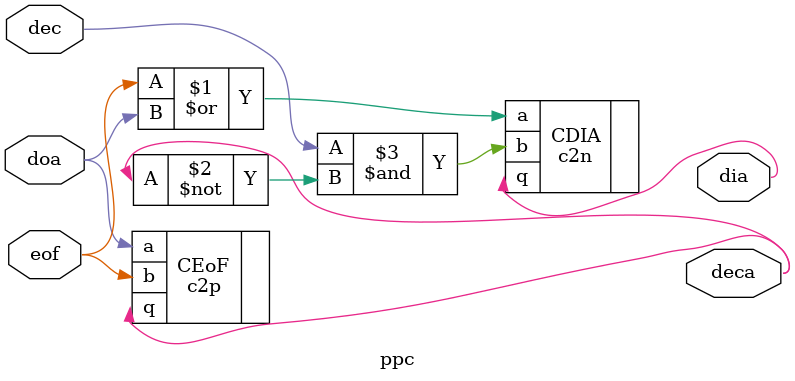
<source format=v>
/*
 Asynchronous SDM NoC
 (C)2011 Wei Song
 Advanced Processor Technologies Group
 Computer Science, the Univ. of Manchester, UK
 
 Authors: 
 Wei Song     wsong83@gmail.com
 
 License: LGPL 3.0 or later
 
 Pipeline controller
 
 References
 See the STG and compiled verilog in sdm/stg/, ibctl.g and ibctl.v
 
 History:
 21/06/2009  Initial version. <wsong83@gmail.com>
 
*/

module ppc(/*AUTOARG*/
   // Outputs
   deca, dia,
   // Inputs
   eof, doa, dec
   );
   input 	      eof, doa, dec;
   output 	      deca;	// the ack to eof
   output             dia;	// the pipe stage input ack

   c2p CEoF (.q(deca), .a(doa), .b(eof));
   c2n CDIA (.q(dia), .a(eof|doa), .b(dec&(~deca)));
   
endmodule // ppc

   
   
</source>
